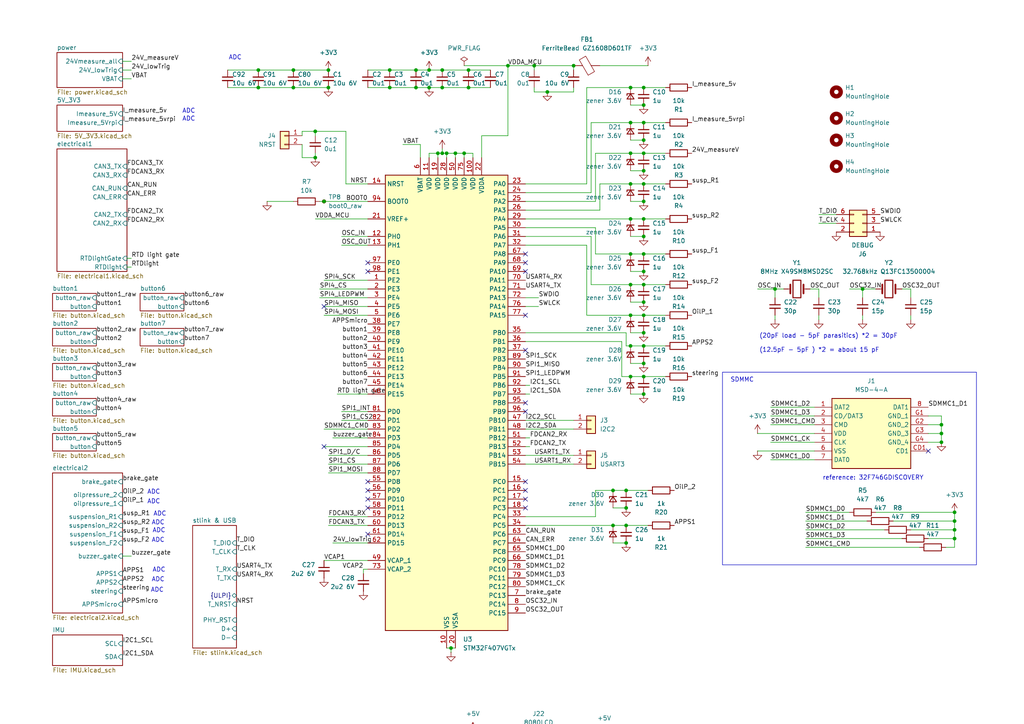
<source format=kicad_sch>
(kicad_sch (version 20231120) (generator "eeschema") (generator_version "8.0")
  (paper "A4")
  (title_block (title "EP6 VCU") (date "2024-09-30") (rev "1.0") (company "NTURacing") (comment 1 "郭哲明") (comment 2 "Electrical group"))
  (junction (at 186.69 44.45))
  (junction (at 166.37 19.05))
  (junction (at 128.27 25.4))
  (junction (at 273.05 128.27))
  (junction (at 186.69 100.33))
  (junction (at 95.25 20.32))
  (junction (at 154.94 19.05))
  (junction (at 120.65 20.32))
  (junction (at 74.93 25.4))
  (junction (at 129.54 44.45))
  (junction (at 134.62 44.45))
  (junction (at 120.65 25.4))
  (junction (at 177.8 142.24))
  (junction (at 273.05 125.73))
  (junction (at 182.88 63.5))
  (junction (at 182.88 53.34))
  (junction (at 85.09 25.4))
  (junction (at 128.27 20.32))
  (junction (at 182.88 25.4))
  (junction (at 113.03 25.4))
  (junction (at 276.86 151.13))
  (junction (at 135.89 25.4))
  (junction (at 95.25 25.4))
  (junction (at 186.69 87.63))
  (junction (at 132.08 44.45))
  (junction (at 135.89 20.32))
  (junction (at 182.88 44.45))
  (junction (at 186.69 78.74))
  (junction (at 91.44 45.72))
  (junction (at 186.69 105.41))
  (junction (at 182.88 109.22))
  (junction (at 124.46 20.32))
  (junction (at 186.69 35.56))
  (junction (at 186.69 82.55))
  (junction (at 186.69 53.34))
  (junction (at 186.69 73.66))
  (junction (at 186.69 49.53))
  (junction (at 182.88 100.33))
  (junction (at 186.69 25.4))
  (junction (at 93.98 58.42))
  (junction (at 158.75 26.67))
  (junction (at 147.32 19.05))
  (junction (at 91.44 38.1))
  (junction (at 276.86 153.67))
  (junction (at 186.69 109.22))
  (junction (at 182.88 73.66))
  (junction (at 186.69 40.64))
  (junction (at 186.69 68.58))
  (junction (at 186.69 30.48))
  (junction (at 177.8 152.4))
  (junction (at 250.19 83.82))
  (junction (at 128.27 44.45))
  (junction (at 181.61 147.32))
  (junction (at 127 44.45))
  (junction (at 113.03 20.32))
  (junction (at 182.88 91.44))
  (junction (at 182.88 35.56))
  (junction (at 182.88 82.55))
  (junction (at 224.79 83.82))
  (junction (at 181.61 152.4))
  (junction (at 85.09 20.32))
  (junction (at 276.86 148.59))
  (junction (at 74.93 20.32))
  (junction (at 273.05 123.19))
  (junction (at 130.81 187.96))
  (junction (at 181.61 157.48))
  (junction (at 186.69 58.42))
  (junction (at 186.69 114.3))
  (junction (at 186.69 63.5))
  (junction (at 186.69 91.44))
  (junction (at 124.46 25.4))
  (junction (at 186.69 96.52))
  (junction (at 276.86 156.21))
  (junction (at 181.61 142.24))
  (no_connect (at 106.68 144.78))
  (no_connect (at 106.68 139.7))
  (no_connect (at 152.4 144.78))
  (no_connect (at 106.68 142.24))
  (no_connect (at 152.4 142.24))
  (no_connect (at 152.4 147.32))
  (no_connect (at 152.4 91.44))
  (no_connect (at 152.4 73.66))
  (no_connect (at 93.98 88.9))
  (no_connect (at 106.68 78.74))
  (no_connect (at 106.68 76.2))
  (no_connect (at 93.98 129.54))
  (no_connect (at 152.4 78.74))
  (no_connect (at 152.4 139.7))
  (no_connect (at 152.4 76.2))
  (no_connect (at 106.68 154.94))
  (no_connect (at 106.68 147.32))
  (no_connect (at 152.4 119.38))
  (no_connect (at 152.4 101.6))
  (no_connect (at 152.4 116.84))
  (no_connect (at 269.24 130.81))
  (wire (pts (xy 93.98 58.42) (xy 106.68 58.42)))
  (wire (pts (xy 152.4 99.06) (xy 180.34 99.06)))
  (wire (pts (xy 193.04 35.56) (xy 186.69 35.56)))
  (wire (pts (xy 152.4 63.5) (xy 182.88 63.5)))
  (wire (pts (xy 254 148.59) (xy 276.86 148.59)))
  (wire (pts (xy 182.88 100.33) (xy 186.69 100.33)))
  (wire (pts (xy 149.86 223.52) (xy 139.7 223.52)))
  (wire (pts (xy 106.68 20.32) (xy 113.03 20.32)))
  (wire (pts (xy 87.63 45.72) (xy 91.44 45.72)))
  (wire (pts (xy 162.56 251.46) (xy 175.26 251.46)))
  (wire (pts (xy 182.88 73.66) (xy 186.69 73.66)))
  (wire (pts (xy 149.86 233.68) (xy 139.7 233.68)))
  (wire (pts (xy 149.86 236.22) (xy 139.7 236.22)))
  (wire (pts (xy 166.37 26.67) (xy 166.37 25.4)))
  (wire (pts (xy 85.09 25.4) (xy 95.25 25.4)))
  (wire (pts (xy 219.71 83.82) (xy 224.79 83.82)))
  (wire (pts (xy 92.71 58.42) (xy 93.98 58.42)))
  (wire (pts (xy 162.56 220.98) (xy 172.72 220.98)))
  (wire (pts (xy 93.98 88.9) (xy 106.68 88.9)))
  (wire (pts (xy 186.69 73.66) (xy 193.04 73.66)))
  (wire (pts (xy 149.86 256.54) (xy 139.7 256.54)))
  (wire (pts (xy 182.88 68.58) (xy 186.69 68.58)))
  (wire (pts (xy 66.04 25.4) (xy 74.93 25.4)))
  (wire (pts (xy 153.67 129.54) (xy 152.4 129.54)))
  (wire (pts (xy 224.79 83.82) (xy 224.79 86.36)))
  (wire (pts (xy 91.44 45.72) (xy 91.44 44.45)))
  (wire (pts (xy 182.88 87.63) (xy 186.69 87.63)))
  (wire (pts (xy 130.81 187.96) (xy 132.08 187.96)))
  (wire (pts (xy 91.44 39.37) (xy 91.44 38.1)))
  (wire (pts (xy 237.49 86.36) (xy 237.49 83.82)))
  (wire (pts (xy 223.52 118.11) (xy 236.22 118.11)))
  (wire (pts (xy 186.69 53.34) (xy 193.04 53.34)))
  (wire (pts (xy 127 44.45) (xy 127 45.72)))
  (wire (pts (xy 273.05 123.19) (xy 273.05 125.73)))
  (wire (pts (xy 85.09 20.32) (xy 95.25 20.32)))
  (wire (pts (xy 87.63 38.1) (xy 87.63 39.37)))
  (wire (pts (xy 182.88 105.41) (xy 186.69 105.41)))
  (wire (pts (xy 128.27 25.4) (xy 135.89 25.4)))
  (wire (pts (xy 64.77 228.6) (xy 80.01 228.6)))
  (wire (pts (xy 121.92 41.91) (xy 121.92 45.72)))
  (wire (pts (xy 95.25 152.4) (xy 106.68 152.4)))
  (wire (pts (xy 153.67 127) (xy 152.4 127)))
  (wire (pts (xy 273.05 120.65) (xy 269.24 120.65)))
  (wire (pts (xy 38.1 77.47) (xy 36.83 77.47)))
  (wire (pts (xy 250.19 83.82) (xy 254 83.82)))
  (wire (pts (xy 182.88 44.45) (xy 186.69 44.45)))
  (wire (pts (xy 173.99 60.96) (xy 152.4 60.96)))
  (wire (pts (xy 99.06 119.38) (xy 106.68 119.38)))
  (wire (pts (xy 170.18 71.12) (xy 170.18 91.44)))
  (wire (pts (xy 177.8 152.4) (xy 181.61 152.4)))
  (wire (pts (xy 186.69 82.55) (xy 193.04 82.55)))
  (wire (pts (xy 132.08 44.45) (xy 134.62 44.45)))
  (wire (pts (xy 182.88 25.4) (xy 186.69 25.4)))
  (wire (pts (xy 100.33 38.1) (xy 100.33 53.34)))
  (wire (pts (xy 93.98 81.28) (xy 106.68 81.28)))
  (wire (pts (xy 193.04 25.4) (xy 186.69 25.4)))
  (wire (pts (xy 223.52 133.35) (xy 236.22 133.35)))
  (wire (pts (xy 182.88 78.74) (xy 186.69 78.74)))
  (wire (pts (xy 182.88 30.48) (xy 186.69 30.48)))
  (wire (pts (xy 162.56 213.36) (xy 175.26 213.36)))
  (wire (pts (xy 250.19 83.82) (xy 250.19 86.36)))
  (wire (pts (xy 276.86 156.21) (xy 269.24 156.21)))
  (wire (pts (xy 186.69 63.5) (xy 193.04 63.5)))
  (wire (pts (xy 173.99 19.05) (xy 187.96 19.05)))
  (wire (pts (xy 120.65 25.4) (xy 124.46 25.4)))
  (wire (pts (xy 137.16 251.46) (xy 149.86 251.46)))
  (wire (pts (xy 91.44 38.1) (xy 100.33 38.1)))
  (wire (pts (xy 173.99 53.34) (xy 182.88 53.34)))
  (wire (pts (xy 162.56 228.6) (xy 172.72 228.6)))
  (wire (pts (xy 95.25 149.86) (xy 106.68 149.86)))
  (wire (pts (xy 172.72 44.45) (xy 172.72 58.42)))
  (wire (pts (xy 172.72 149.86) (xy 172.72 142.24)))
  (wire (pts (xy 172.72 66.04) (xy 172.72 73.66)))
  (wire (pts (xy 66.04 20.32) (xy 74.93 20.32)))
  (wire (pts (xy 233.68 148.59) (xy 246.38 148.59)))
  (wire (pts (xy 186.69 44.45) (xy 193.04 44.45)))
  (wire (pts (xy 172.72 44.45) (xy 182.88 44.45)))
  (wire (pts (xy 129.54 44.45) (xy 128.27 44.45)))
  (wire (pts (xy 152.4 71.12) (xy 170.18 71.12)))
  (wire (pts (xy 137.16 44.45) (xy 134.62 44.45)))
  (wire (pts (xy 162.56 236.22) (xy 172.72 236.22)))
  (wire (pts (xy 36.83 74.93) (xy 38.1 74.93)))
  (wire (pts (xy 276.86 148.59) (xy 276.86 151.13)))
  (wire (pts (xy 152.4 124.46) (xy 166.37 124.46)))
  (wire (pts (xy 137.16 238.76) (xy 149.86 238.76)))
  (wire (pts (xy 124.46 25.4) (xy 128.27 25.4)))
  (wire (pts (xy 156.21 88.9) (xy 152.4 88.9)))
  (wire (pts (xy 177.8 142.24) (xy 181.61 142.24)))
  (wire (pts (xy 152.4 152.4) (xy 177.8 152.4)))
  (wire (pts (xy 129.54 44.45) (xy 132.08 44.45)))
  (wire (pts (xy 233.68 158.75) (xy 266.7 158.75)))
  (wire (pts (xy 186.69 91.44) (xy 193.04 91.44)))
  (wire (pts (xy 99.06 71.12) (xy 106.68 71.12)))
  (wire (pts (xy 264.16 86.36) (xy 264.16 83.82)))
  (wire (pts (xy 120.65 20.32) (xy 124.46 20.32)))
  (wire (pts (xy 128.27 44.45) (xy 127 44.45)))
  (wire (pts (xy 182.88 96.52) (xy 186.69 96.52)))
  (wire (pts (xy 158.75 26.67) (xy 166.37 26.67)))
  (wire (pts (xy 162.56 248.92) (xy 172.72 248.92)))
  (wire (pts (xy 96.52 127) (xy 106.68 127)))
  (wire (pts (xy 182.88 58.42) (xy 186.69 58.42)))
  (wire (pts (xy 35.56 17.78) (xy 38.1 17.78)))
  (wire (pts (xy 38.1 22.86) (xy 35.56 22.86)))
  (wire (pts (xy 92.71 86.36) (xy 106.68 86.36)))
  (wire (pts (xy 181.61 96.52) (xy 181.61 100.33)))
  (wire (pts (xy 181.61 100.33) (xy 182.88 100.33)))
  (wire (pts (xy 74.93 20.32) (xy 85.09 20.32)))
  (wire (pts (xy 177.8 147.32) (xy 181.61 147.32)))
  (wire (pts (xy 74.93 25.4) (xy 85.09 25.4)))
  (wire (pts (xy 219.71 130.81) (xy 236.22 130.81)))
  (wire (pts (xy 170.18 25.4) (xy 182.88 25.4)))
  (wire (pts (xy 38.1 161.29) (xy 35.56 161.29)))
  (wire (pts (xy 38.1 20.32) (xy 35.56 20.32)))
  (wire (pts (xy 152.4 134.62) (xy 166.37 134.62)))
  (wire (pts (xy 162.56 233.68) (xy 175.26 233.68)))
  (wire (pts (xy 105.41 165.1) (xy 106.68 165.1)))
  (wire (pts (xy 100.33 220.98) (xy 100.33 219.71)))
  (wire (pts (xy 147.32 39.37) (xy 139.7 39.37)))
  (wire (pts (xy 171.45 35.56) (xy 182.88 35.56)))
  (wire (pts (xy 93.98 162.56) (xy 106.68 162.56)))
  (wire (pts (xy 264.16 153.67) (xy 276.86 153.67)))
  (wire (pts (xy 116.84 41.91) (xy 121.92 41.91)))
  (wire (pts (xy 149.86 254) (xy 139.7 254)))
  (wire (pts (xy 261.62 83.82) (xy 264.16 83.82)))
  (wire (pts (xy 152.4 121.92) (xy 166.37 121.92)))
  (wire (pts (xy 182.88 40.64) (xy 186.69 40.64)))
  (wire (pts (xy 273.05 128.27) (xy 269.24 128.27)))
  (wire (pts (xy 95.25 137.16) (xy 106.68 137.16)))
  (wire (pts (xy 224.79 91.44) (xy 224.79 92.71)))
  (wire (pts (xy 237.49 62.23) (xy 242.57 62.23)))
  (wire (pts (xy 139.7 39.37) (xy 139.7 45.72)))
  (wire (pts (xy 128.27 43.18) (xy 128.27 44.45)))
  (wire (pts (xy 237.49 91.44) (xy 237.49 92.71)))
  (wire (pts (xy 149.86 220.98) (xy 139.7 220.98)))
  (wire (pts (xy 162.56 246.38) (xy 172.72 246.38)))
  (wire (pts (xy 162.56 231.14) (xy 172.72 231.14)))
  (wire (pts (xy 162.56 254) (xy 172.72 254)))
  (wire (pts (xy 93.98 124.46) (xy 106.68 124.46)))
  (wire (pts (xy 130.81 189.23) (xy 130.81 187.96)))
  (wire (pts (xy 135.89 20.32) (xy 142.24 20.32)))
  (wire (pts (xy 162.56 218.44) (xy 172.72 218.44)))
  (wire (pts (xy 149.86 215.9) (xy 139.7 215.9)))
  (wire (pts (xy 91.44 63.5) (xy 106.68 63.5)))
  (wire (pts (xy 187.96 152.4) (xy 181.61 152.4)))
  (wire (pts (xy 170.18 91.44) (xy 182.88 91.44)))
  (wire (pts (xy 152.4 132.08) (xy 166.37 132.08)))
  (wire (pts (xy 233.68 151.13) (xy 251.46 151.13)))
  (wire (pts (xy 162.56 226.06) (xy 172.72 226.06)))
  (wire (pts (xy 97.79 114.3) (xy 106.68 114.3)))
  (wire (pts (xy 273.05 120.65) (xy 273.05 123.19)))
  (wire (pts (xy 153.67 114.3) (xy 152.4 114.3)))
  (wire (pts (xy 170.18 25.4) (xy 170.18 53.34)))
  (wire (pts (xy 274.32 158.75) (xy 276.86 158.75)))
  (wire (pts (xy 171.45 35.56) (xy 171.45 55.88)))
  (wire (pts (xy 124.46 20.32) (xy 128.27 20.32)))
  (wire (pts (xy 182.88 114.3) (xy 186.69 114.3)))
  (wire (pts (xy 224.79 83.82) (xy 227.33 83.82)))
  (wire (pts (xy 276.86 156.21) (xy 276.86 158.75)))
  (wire (pts (xy 154.94 26.67) (xy 158.75 26.67)))
  (wire (pts (xy 137.16 218.44) (xy 149.86 218.44)))
  (wire (pts (xy 152.4 55.88) (xy 171.45 55.88)))
  (wire (pts (xy 171.45 68.58) (xy 171.45 82.55)))
  (wire (pts (xy 152.4 53.34) (xy 170.18 53.34)))
  (wire (pts (xy 259.08 151.13) (xy 276.86 151.13)))
  (wire (pts (xy 152.4 149.86) (xy 172.72 149.86)))
  (wire (pts (xy 152.4 58.42) (xy 172.72 58.42)))
  (wire (pts (xy 92.71 83.82) (xy 106.68 83.82)))
  (wire (pts (xy 149.86 226.06) (xy 139.7 226.06)))
  (wire (pts (xy 273.05 125.73) (xy 273.05 128.27)))
  (wire (pts (xy 182.88 35.56) (xy 186.69 35.56)))
  (wire (pts (xy 246.38 83.82) (xy 250.19 83.82)))
  (wire (pts (xy 92.71 220.98) (xy 100.33 220.98)))
  (wire (pts (xy 93.98 91.44) (xy 106.68 91.44)))
  (wire (pts (xy 154.94 25.4) (xy 154.94 26.67)))
  (wire (pts (xy 113.03 20.32) (xy 120.65 20.32)))
  (wire (pts (xy 182.88 82.55) (xy 186.69 82.55)))
  (wire (pts (xy 182.88 49.53) (xy 186.69 49.53)))
  (wire (pts (xy 152.4 96.52) (xy 181.61 96.52)))
  (wire (pts (xy 233.68 156.21) (xy 261.62 156.21)))
  (wire (pts (xy 219.71 125.73) (xy 236.22 125.73)))
  (wire (pts (xy 87.63 38.1) (xy 91.44 38.1)))
  (wire (pts (xy 124.46 44.45) (xy 124.46 45.72)))
  (wire (pts (xy 187.96 142.24) (xy 181.61 142.24)))
  (wire (pts (xy 68.58 220.98) (xy 80.01 220.98)))
  (wire (pts (xy 93.98 129.54) (xy 106.68 129.54)))
  (wire (pts (xy 149.86 231.14) (xy 139.7 231.14)))
  (wire (pts (xy 264.16 91.44) (xy 264.16 92.71)))
  (wire (pts (xy 153.67 111.76) (xy 152.4 111.76)))
  (wire (pts (xy 137.16 45.72) (xy 137.16 44.45)))
  (wire (pts (xy 134.62 19.05) (xy 147.32 19.05)))
  (wire (pts (xy 186.69 109.22) (xy 193.04 109.22)))
  (wire (pts (xy 124.46 44.45) (xy 127 44.45)))
  (wire (pts (xy 149.86 243.84) (xy 139.7 243.84)))
  (wire (pts (xy 237.49 64.77) (xy 242.57 64.77)))
  (wire (pts (xy 100.33 53.34) (xy 106.68 53.34)))
  (wire (pts (xy 233.68 153.67) (xy 256.54 153.67)))
  (wire (pts (xy 186.69 100.33) (xy 193.04 100.33)))
  (wire (pts (xy 99.06 68.58) (xy 106.68 68.58)))
  (wire (pts (xy 182.88 109.22) (xy 186.69 109.22)))
  (wire (pts (xy 147.32 19.05) (xy 154.94 19.05)))
  (wire (pts (xy 276.86 153.67) (xy 276.86 151.13)))
  (wire (pts (xy 149.86 246.38) (xy 139.7 246.38)))
  (wire (pts (xy 130.81 187.96) (xy 129.54 187.96)))
  (wire (pts (xy 149.86 248.92) (xy 139.7 248.92)))
  (wire (pts (xy 132.08 44.45) (xy 132.08 45.72)))
  (wire (pts (xy 166.37 20.32) (xy 166.37 19.05)))
  (wire (pts (xy 87.63 41.91) (xy 87.63 45.72)))
  (wire (pts (xy 182.88 53.34) (xy 186.69 53.34)))
  (wire (pts (xy 166.37 19.05) (xy 154.94 19.05)))
  (wire (pts (xy 147.32 19.05) (xy 147.32 39.37)))
  (wire (pts (xy 250.19 91.44) (xy 250.19 92.71)))
  (wire (pts (xy 129.54 44.45) (xy 129.54 45.72)))
  (wire (pts (xy 128.27 20.32) (xy 135.89 20.32)))
  (wire (pts (xy 276.86 156.21) (xy 276.86 153.67)))
  (wire (pts (xy 177.8 157.48) (xy 181.61 157.48)))
  (wire (pts (xy 180.34 109.22) (xy 182.88 109.22)))
  (wire (pts (xy 172.72 73.66) (xy 182.88 73.66)))
  (wire (pts (xy 96.52 157.48) (xy 106.68 157.48)))
  (wire (pts (xy 162.56 223.52) (xy 175.26 223.52)))
  (wire (pts (xy 152.4 68.58) (xy 171.45 68.58)))
  (wire (pts (xy 134.62 45.72) (xy 134.62 44.45)))
  (wire (pts (xy 95.25 132.08) (xy 106.68 132.08)))
  (wire (pts (xy 162.56 215.9) (xy 172.72 215.9)))
  (wire (pts (xy 273.05 125.73) (xy 269.24 125.73)))
  (wire (pts (xy 149.86 241.3) (xy 139.7 241.3)))
  (wire (pts (xy 95.25 134.62) (xy 106.68 134.62)))
  (wire (pts (xy 149.86 213.36) (xy 137.16 213.36)))
  (wire (pts (xy 162.56 241.3) (xy 172.72 241.3)))
  (wire (pts (xy 162.56 243.84) (xy 172.72 243.84)))
  (wire (pts (xy 106.68 25.4) (xy 113.03 25.4)))
  (wire (pts (xy 99.06 121.92) (xy 106.68 121.92)))
  (wire (pts (xy 77.47 58.42) (xy 85.09 58.42)))
  (wire (pts (xy 273.05 123.19) (xy 269.24 123.19)))
  (wire (pts (xy 234.95 83.82) (xy 237.49 83.82)))
  (wire (pts (xy 182.88 91.44) (xy 186.69 91.44)))
  (wire (pts (xy 182.88 63.5) (xy 186.69 63.5)))
  (wire (pts (xy 105.41 165.1) (xy 105.41 166.37)))
  (wire (pts (xy 162.56 256.54) (xy 172.72 256.54)))
  (wire (pts (xy 173.99 53.34) (xy 173.99 60.96)))
  (wire (pts (xy 156.21 86.36) (xy 152.4 86.36)))
  (wire (pts (xy 223.52 128.27) (xy 236.22 128.27)))
  (wire (pts (xy 171.45 82.55) (xy 182.88 82.55)))
  (wire (pts (xy 152.4 66.04) (xy 172.72 66.04)))
  (wire (pts (xy 223.52 123.19) (xy 236.22 123.19)))
  (wire (pts (xy 92.71 228.6) (xy 105.41 228.6)))
  (wire (pts (xy 113.03 25.4) (xy 120.65 25.4)))
  (wire (pts (xy 180.34 99.06) (xy 180.34 109.22)))
  (wire (pts (xy 162.56 238.76) (xy 172.72 238.76)))
  (wire (pts (xy 135.89 25.4) (xy 142.24 25.4)))
  (wire (pts (xy 137.16 213.36) (xy 137.16 212.09)))
  (wire (pts (xy 172.72 142.24) (xy 177.8 142.24)))
  (wire (pts (xy 154.94 19.05) (xy 154.94 20.32)))
  (wire (pts (xy 223.52 120.65) (xy 236.22 120.65)))
  (rectangle (start 209.55 107.95) (end 283.21 163.83))
  (text "ADC" (at 43.942 168.91 0) (effects (font (size 1.27 1.27)) (justify left bottom)))
  (text "ADC" (at 43.688 171.958 0) (effects (font (size 1.27 1.27)) (justify left bottom)))
  (text "ADC" (at 44.45 149.86 0) (effects (font (size 1.27 1.27)) (justify left bottom)))
  (text "ADC" (at 43.942 157.48 0) (effects (font (size 1.27 1.27)) (justify left bottom)))
  (text "ADC" (at 52.832 33.02 0) (effects (font (size 1.27 1.27)) (justify left bottom)))
  (text "ADC" (at 66.294 17.526 0) (effects (font (size 1.27 1.27)) (justify left bottom)))
  (text "ADC" (at 42.672 143.51 0) (effects (font (size 1.27 1.27)) (justify left bottom)))
  (text "ADC" (at 52.832 35.306 0) (effects (font (size 1.27 1.27)) (justify left bottom)))
  (text "ADC" (at 44.196 154.686 0) (effects (font (size 1.27 1.27)) (justify left bottom)))
  (text "ADC" (at 42.672 146.304 0) (effects (font (size 1.27 1.27)) (justify left bottom)))
  (text "SDMMC" (at 211.836 110.998 0) (effects (font (size 1.27 1.27)) (justify left bottom)))
  (text "CAT (M12) &&&###\npedal:\ncurrent*2\nmicro*1\nsteering: \ncurrent*1\n\nM8 4P &&&###\noilp 2p * 2\n\nUSB2*2 &&&###\nsuspension plan A\ncurrent*2 * 2\n\nUSB2\nsuspension plan b\nUART(RPI) + power\n\nUSB2 &&&###\nCAN1 + 24V pwr\n\n2p\nbrakelight\n\nUSB2 &&&###\nIMU\nCAN2 + 24V pwr\n\n12p dashboard buttons\ndashboard buttons \n5buttons\n1led\n\n===========\n\n18p (IDC)\ndashboard display:\nspi for LCD 5p\nspi for 7 seg 4p \npwr 2p" (at -24.892 158.242 0) (effects (font (size 1.27 1.27)) (justify left)))
  (text "ADC" (at 43.942 152.4 0) (effects (font (size 1.27 1.27)) (justify left bottom)))
  (text "reference: 32F746GDISCOVERY\n" (at 253.238 138.684 0) (effects (font (size 1.27 1.27))))
  (text "(20pF load - 5pF parasitics) *2 = 30pF\n\n(12.5pF - 5pF ) *2 = about 15 pF" (at 220.218 102.362 0) (effects (font (size 1.27 1.27)) (justify left bottom)))
  (text "ADC" (at 44.196 166.116 0) (effects (font (size 1.27 1.27)) (justify left bottom)))
  (label "VDDA_MCU" (at 147.32 19.05 0))
  (label "button3_raw" (at 80.01 233.68 180))
  (label "SDMMC1_D3" (at 223.52 120.65 0))
  (label "LCD_NRST" (at 172.72 246.38 180))
  (label "SDMMC1_CMD" (at 233.68 158.75 0))
  (label "8080_D14" (at 172.72 238.76 180))
  (label "SPI1_LEDPWM" (at 152.4 109.22 0))
  (label "SDMMC1_D1" (at 269.24 118.11 0))
  (label "SPI4_SCK" (at 80.01 223.52 180))
  (label "button2_raw" (at 27.94 96.52 0))
  (label "SPI1_CS2" (at 99.06 121.92 0))
  (label "FDCAN2_RX" (at 36.83 64.77 0))
  (label "FDCAN3_TX" (at 95.25 152.4 0))
  (label "button7_raw" (at 53.34 96.52 0))
  (label "8080_D6" (at 139.7 226.06 0))
  (label "SPI1_MOSI" (at 95.25 137.16 0))
  (label "BL_PWM" (at 139.7 248.92 0))
  (label "SDMMC1_D1" (at 152.4 162.56 0))
  (label "I2C1_SCL" (at 153.67 111.76 0))
  (label "SPI4_MISO" (at 93.98 88.9 0))
  (label "8080_RD" (at 139.7 246.38 0))
  (label "button3" (at 106.68 101.6 180))
  (label "APPS2" (at 200.66 100.33 0))
  (label "SPI1_INT" (at 99.06 119.38 0))
  (label "button3_raw" (at 27.94 106.68 0))
  (label "steering" (at 200.66 109.22 0))
  (label "susp_F1" (at 35.56 154.94 0))
  (label "8080_D0" (at 139.7 215.9 0))
  (label "susp_F2" (at 200.66 82.55 0))
  (label "TP_MISO" (at 172.72 256.54 180))
  (label "LCD_CS" (at 139.7 241.3 0))
  (label "SDMMC1_D3" (at 152.4 167.64 0))
  (label "button1_raw" (at 27.94 86.36 0))
  (label "susp_R2" (at 35.56 152.4 0))
  (label "brake_gate" (at 152.4 172.72 0))
  (label "button6_raw" (at 92.71 238.76 0))
  (label "SWLCK" (at 255.27 64.77 0))
  (label "8080_DC" (at 139.7 243.84 0))
  (label "8080_WR" (at 172.72 243.84 180))
  (label "button2" (at 106.68 99.06 180))
  (label "BOOT0" (at 100.33 58.42 0))
  (label "button4_raw" (at 27.94 116.84 0))
  (label "T_DIO" (at 68.58 157.48 0))
  (label "APPSmicro" (at 35.56 175.26 0))
  (label "SDMMC1_CK" (at 223.52 128.27 0))
  (label "8080_D13" (at 172.72 236.22 180))
  (label "APPS1" (at 35.56 166.37 0))
  (label "USART4_RX" (at 68.58 167.64 0))
  (label "button3" (at 27.94 109.22 0))
  (label "8080_D10" (at 139.7 231.14 0))
  (label "OSC_IN" (at 99.06 68.58 0))
  (label "button1" (at 106.68 96.52 180))
  (label "SWLCK" (at 156.21 88.9 0))
  (label "OilP_1" (at 35.56 146.05 0))
  (label "8080_D2" (at 172.72 218.44 180))
  (label "FDCAN2_TX" (at 153.67 129.54 0))
  (label "USART1_RX" (at 154.94 134.62 0))
  (label "SDMMC1_D2" (at 223.52 118.11 0))
  (label "OilP_2" (at 195.58 142.24 0))
  (label "8080_D3" (at 172.72 220.98 180))
  (label "SDMMC1_CK" (at 152.4 170.18 0))
  (label "SPI4_CS" (at 92.71 83.82 0))
  (label "RTDlight" (at 38.1 77.47 0))
  (label "FDCAN3_TX" (at 36.83 48.26 0))
  (label "APPS2" (at 35.56 168.91 0))
  (label "OilP_1" (at 200.66 91.44 0))
  (label "button6_raw" (at 53.34 86.36 0))
  (label "SPI4_SCK" (at 93.98 81.28 0))
  (label "SPI1_CS" (at 95.25 134.62 0))
  (label "SDMMC1_D1" (at 233.68 151.13 0))
  (label "SPI1_D{slash}C" (at 95.25 132.08 0))
  (label "TP_SCK" (at 172.72 254 180))
  (label "I_measure_5v" (at 200.66 25.4 0))
  (label "TP_IRQ" (at 172.72 248.92 180))
  (label "FDCAN3_RX" (at 36.83 50.8 0))
  (label "8080_D15" (at 172.72 241.3 180))
  (label "SPI4_MOSI" (at 80.01 226.06 180))
  (label "SPI4_MOSI" (at 93.98 91.44 0))
  (label "8080_D4" (at 139.7 220.98 0))
  (label "I_measure_5vrpi" (at 200.66 35.56 0))
  (label "SDMMC1_D2" (at 233.68 153.67 0))
  (label "I2C2_SCL" (at 152.4 121.92 0))
  (label "CAN_RUN" (at 36.83 54.61 0))
  (label "SDMMC1_D0" (at 233.68 148.59 0))
  (label "24V_lowTrig" (at 96.52 157.48 0))
  (label "SPI1_SCK" (at 152.4 104.14 0))
  (label "NRST" (at 101.6 53.34 0))
  (label "VCAP1" (at 93.98 162.56 0))
  (label "VCAP2" (at 105.41 165.1 180))
  (label "USART1_TX" (at 154.94 132.08 0))
  (label "button6" (at 106.68 109.22 180))
  (label "RTD light gate" (at 97.79 114.3 0))
  (label "susp_R1" (at 35.56 149.86 0))
  (label "CAN_RUN" (at 152.4 154.94 0))
  (label "OSC_OUT" (at 234.95 83.82 0))
  (label "RTD light gate" (at 38.1 74.93 0))
  (label "T_CLK" (at 68.58 160.02 0))
  (label "8080_D9" (at 172.72 231.14 180))
  (label "OSC32_OUT" (at 152.4 177.8 0))
  (label "button4" (at 27.94 119.38 0))
  (label "susp_R1" (at 200.66 53.34 0))
  (label "I2C1_SDA" (at 153.67 114.3 0))
  (label "8080_D7" (at 172.72 226.06 180))
  (label "OSC_IN" (at 219.71 83.82 0))
  (label "SWDIO" (at 255.27 62.23 0))
  (label "8080_D5" (at 139.7 223.52 0))
  (label "OSC32_IN" (at 246.38 83.82 0))
  (label "SDMMC1_D0" (at 152.4 160.02 0))
  (label "SDMMC1_D0" (at 223.52 133.35 0))
  (label "buzzer_gate" (at 96.52 127 0))
  (label "FDCAN2_TX" (at 36.83 62.23 0))
  (label "button2" (at 27.94 99.06 0))
  (label "FDCAN3_RX" (at 95.25 149.86 0))
  (label "OSC_OUT" (at 99.06 71.12 0))
  (label "FDCAN2_RX" (at 153.67 127 0))
  (label "24V_lowTrig" (at 38.1 20.32 0))
  (label "brake_gate" (at 35.56 139.7 0))
  (label "SWDIO" (at 156.21 86.36 0))
  (label "button4" (at 106.68 104.14 180))
  (label "OilP_2" (at 35.56 143.51 0))
  (label "SDMMC1_D3" (at 233.68 156.21 0))
  (label "susp_F2" (at 35.56 157.48 0))
  (label "TP_CS" (at 139.7 254 0))
  (label "8080_D8" (at 172.72 228.6 180))
  (label "I2C1_SDA" (at 35.56 190.5 0))
  (label "I_measure_5v" (at 35.56 33.02 0))
  (label "button7" (at 106.68 111.76 180))
  (label "button7_raw" (at 80.01 238.76 180))
  (label "buzzer_gate" (at 38.1 161.29 0))
  (label "APPSmicro" (at 106.68 93.98 180))
  (label "SDMMC1_CMD" (at 93.98 124.46 0))
  (label "CAN_ERR" (at 152.4 157.48 0))
  (label "T_CLK" (at 237.49 64.77 0))
  (label "VBAT" (at 38.1 22.86 0))
  (label "RTDlight" (at 92.71 231.14 0))
  (label "8080_D1" (at 172.72 215.9 180))
  (label "USART4_RX" (at 152.4 81.28 0))
  (label "SDMMC1_CMD" (at 223.52 123.19 0))
  (label "button2_raw" (at 92.71 233.68 0))
  (label "8080_D11" (at 139.7 233.68 0))
  (label "24V_measureV" (at 200.66 44.45 0))
  (label "OSC32_OUT" (at 261.62 83.82 0))
  (label "T_DIO" (at 237.49 62.23 0))
  (label "SPI4_LEDPWM" (at 92.71 226.06 0))
  (label "OSC32_IN" (at 152.4 175.26 0))
  (label "I_measure_5vrpi" (at 35.56 35.56 0))
  (label "button1" (at 27.94 88.9 0))
  (label "button4_raw" (at 92.71 236.22 0))
  (label "APPS1" (at 195.58 152.4 0))
  (label "susp_R2" (at 200.66 63.5 0))
  (label "TP_MOSI" (at 139.7 256.54 0))
  (label "SPI1_MISO" (at 152.4 106.68 0))
  (label "steering" (at 35.56 171.45 0))
  (label "SPI4_CS" (at 92.71 223.52 0))
  (label "button6" (at 53.34 88.9 0))
  (label "SPI4_LEDPWM" (at 92.71 86.36 0))
  (label "VBAT" (at 116.84 41.91 0))
  (label "button1_raw" (at 80.01 231.14 180))
  (label "button5" (at 106.68 106.68 180))
  (label "button7" (at 53.34 99.06 0))
  (label "24V_measureV" (at 38.1 17.78 0))
  (label "USART4_TX" (at 68.58 165.1 0))
  (label "I2C2_SDA" (at 152.4 124.46 0))
  (label "VDDA_MCU" (at 91.44 63.5 0))
  (label "8080_D12" (at 139.7 236.22 0))
  (label "button5_raw" (at 27.94 127 0))
  (label "button5_raw" (at 80.01 236.22 180))
  (label "CAN_ERR" (at 36.83 57.15 0))
  (label "USART4_TX" (at 152.4 83.82 0))
  (label "I2C1_SCL" (at 35.56 186.69 0))
  (label "susp_F1" (at 200.66 73.66 0))
  (label "button5" (at 27.94 129.54 0))
  (label "NRST" (at 68.58 175.26 0))
  (label "SDMMC1_D2" (at 152.4 165.1 0))
  (symbol (lib_id "Device:C_Small") (at 224.79 88.9 0) (unit 1)
    (property "Reference" "C22" (at 227.33 87.6362 0) (effects (justify left)))
    (property "Value" "30p" (at 227.33 90.1762 0) (effects (justify left)))
    (property "Footprint" "Capacitor_SMD:C_0402_1005Metric" (effects (hide yes)))
    (property "Description" "Unpolarized capacitor, small symbol" (effects (hide yes)))
  )
  (symbol (lib_id "power:+3V3") (at 124.46 20.32 0) (unit 1)
    (property "Reference" "#PWR03" (effects (hide yes)))
    (property "Value" "+3V3" (at 124.46 15.24 0))
    (property "Description" "Power symbol creates a global label with name \"+3V3\"" (effects (hide yes)))
  )
  (symbol (lib_id "Device:R") (at 191.77 152.4 270) (mirror x) (unit 1)
    (property "Reference" "R21" (at 191.77 158.75 90))
    (property "Value" "1k" (at 191.77 156.21 90))
    (property "Footprint" "Resistor_SMD:R_0603_1608Metric" (effects (hide yes)))
    (property "Description" "Resistor" (effects (hide yes)))
  )
  (symbol (lib_id "power:GND") (at 124.46 25.4 0) (unit 1)
    (property "Reference" "#PWR05" (effects (hide yes)))
    (property "Value" "GND" (effects (hide yes)))
    (property "Description" "Power symbol creates a global label with name \"GND\" , ground" (effects (hide yes)))
  )
  (symbol (lib_id "Device:R") (at 270.51 158.75 90) (unit 1)
    (property "Reference" "R11" (at 270.51 152.4 90))
    (property "Value" "4k7" (at 270.51 154.94 90))
    (property "Footprint" "Resistor_SMD:R_0402_1005Metric" (effects (hide yes)))
    (property "Description" "Resistor" (effects (hide yes)))
  )
  (symbol (lib_id "PCM_4ms_Connector:TestPoint_Small") (at 93.98 58.42 0) (unit 1)
    (property "Reference" "TP8" (at 95.25 57.1499 0) (effects (justify left)))
    (property "Value" "boot0_raw" (at 95.25 59.6899 0) (effects (justify left)))
    (property "Footprint" "TestPoint:TestPoint_Loop_D2.50mm_Drill1.0mm" (effects (hide yes)))
    (property "Description" "test point" (effects (hide yes)))
  )
  (symbol (lib_id "power:GND") (at 181.61 147.32 0) (mirror y) (unit 1)
    (property "Reference" "#PWR035" (effects (hide yes)))
    (property "Value" "GND" (effects (hide yes)))
    (property "Description" "Power symbol creates a global label with name \"GND\" , ground" (effects (hide yes)))
  )
  (symbol (lib_id "Device:C_Small") (at 142.24 22.86 0) (unit 1)
    (property "Reference" "C7" (at 143.51 21.59 0) (effects (justify left)))
    (property "Value" "0u1" (at 143.51 24.13 0) (effects (justify left)))
    (property "Footprint" "Capacitor_SMD:C_0402_1005Metric" (effects (hide yes)))
    (property "Description" "Unpolarized capacitor, small symbol" (effects (hide yes)))
  )
  (symbol (lib_id "power:GND") (at 242.57 67.31 0) (unit 1)
    (property "Reference" "#PWR0210" (effects (hide yes)))
    (property "Value" "GND" (effects (hide yes)))
    (property "Description" "Power symbol creates a global label with name \"GND\" , ground" (effects (hide yes)))
  )
  (symbol (lib_id "Device:C_Small") (at 95.25 22.86 0) (unit 1)
    (property "Reference" "C1" (at 96.52 21.59 0) (effects (justify left)))
    (property "Value" "10u 6V" (at 96.52 24.13 0) (effects (justify left)))
    (property "Footprint" "Capacitor_SMD:C_0402_1005Metric" (effects (hide yes)))
    (property "Description" "Unpolarized capacitor, small symbol" (effects (hide yes)))
  )
  (symbol (lib_id "Connector_Generic:Conn_02x08_Odd_Even") (at 85.09 228.6 0) (unit 1)
    (property "Reference" "J26" (at 86.36 214.63 0))
    (property "Value" "Conn_02x08_Odd_Even" (at 86.36 217.17 0))
    (property "Description" "Generic connector, double row, 02x08, odd/even pin numbering scheme (row 1 odd numbers, row 2 even numbers), script generated (kicad-library-utils/schlib/autogen/connector/)" (effects (hide yes)))
  )
  (symbol (lib_id "Device:R") (at 265.43 156.21 90) (unit 1)
    (property "Reference" "R9" (at 265.43 149.86 90))
    (property "Value" "4k7" (at 265.43 152.4 90))
    (property "Footprint" "Resistor_SMD:R_0402_1005Metric" (effects (hide yes)))
    (property "Description" "Resistor" (effects (hide yes)))
  )
  (symbol (lib_id "Device:D_Zener_Small") (at 182.88 66.04 90) (mirror x) (unit 1)
    (property "Reference" "D24" (at 180.34 64.7699 90) (effects (justify left)))
    (property "Value" "zener 3.6V" (at 180.34 67.3099 90) (effects (justify left)))
    (property "Footprint" "Diode_SMD:D_SOD-523" (effects (hide yes)))
    (property "Description" "Zener diode, small symbol" (effects (hide yes)))
  )
  (symbol (lib_id "Device:C_Small") (at 186.69 66.04 0) (unit 1)
    (property "Reference" "C15" (at 189.23 64.77 0) (effects (justify left)))
    (property "Value" "1u" (at 189.23 67.31 0) (effects (justify left)))
    (property "Footprint" "Capacitor_SMD:C_0402_1005Metric" (effects (hide yes)))
    (property "Description" "Unpolarized capacitor, small symbol" (effects (hide yes)))
  )
  (symbol (lib_id "Device:C_Small") (at 105.41 168.91 0) (mirror y) (unit 1)
    (property "Reference" "C28" (at 102.87 167.6463 0) (effects (justify left)))
    (property "Value" "2u2 6V" (at 102.87 170.1863 0) (effects (justify left)))
    (property "Footprint" "Capacitor_SMD:C_0402_1005Metric" (effects (hide yes)))
    (property "Description" "Unpolarized capacitor, small symbol" (effects (hide yes)))
  )
  (symbol (lib_id "power:GND") (at 186.69 58.42 0) (mirror y) (unit 1)
    (property "Reference" "#PWR019" (effects (hide yes)))
    (property "Value" "GND" (effects (hide yes)))
    (property "Description" "Power symbol creates a global label with name \"GND\" , ground" (effects (hide yes)))
  )
  (symbol (lib_id "Connector_Generic:Conn_01x02") (at 82.55 39.37 0) (mirror y) (unit 1)
    (property "Reference" "J4" (at 80.01 39.37 0) (effects (justify left)))
    (property "Value" "NRST" (at 80.01 41.91 0) (effects (justify left)))
    (property "Footprint" "Connector_JST:JST_XH_B2B-XH-A_1x02_P2.50mm_Vertical" (effects (hide yes)))
    (property "Description" "Generic connector, single row, 01x02, script generated (kicad-library-utils/schlib/autogen/connector/)" (effects (hide yes)))
  )
  (symbol (lib_id "power:GND") (at 137.16 228.6 0) (unit 1)
    (property "Reference" "#PWR0220" (effects (hide yes)))
    (property "Value" "GND" (effects (hide yes)))
    (property "Description" "Power symbol creates a global label with name \"GND\" , ground" (effects (hide yes)))
  )
  (symbol (lib_id "Device:C_Small") (at 181.61 154.94 0) (unit 1)
    (property "Reference" "C26" (at 184.15 153.67 0) (effects (justify left)))
    (property "Value" "1u" (at 184.15 156.21 0) (effects (justify left)))
    (property "Footprint" "Capacitor_SMD:C_0402_1005Metric" (effects (hide yes)))
    (property "Description" "Unpolarized capacitor, small symbol" (effects (hide yes)))
  )
  (symbol (lib_id "Device:Crystal") (at 257.81 83.82 0) (unit 1)
    (property "Reference" "Y2" (at 257.81 76.2 0))
    (property "Value" "32.768kHz Q13FC13500004" (at 257.81 78.74 0))
    (property "Footprint" "Crystal:Crystal_SMD_3215-2Pin_3.2x1.5mm" (effects (hide yes)))
    (property "Description" "Two pin crystal" (effects (hide yes)))
  )
  (symbol (lib_id "Device:C_Small") (at 186.69 46.99 0) (unit 1)
    (property "Reference" "C13" (at 189.23 45.72 0) (effects (justify left)))
    (property "Value" "1u" (at 189.23 48.26 0) (effects (justify left)))
    (property "Footprint" "Capacitor_SMD:C_0402_1005Metric" (effects (hide yes)))
    (property "Description" "Unpolarized capacitor, small symbol" (effects (hide yes)))
  )
  (symbol (lib_id "power:GND") (at 186.69 96.52 0) (mirror y) (unit 1)
    (property "Reference" "#PWR028" (effects (hide yes)))
    (property "Value" "GND" (effects (hide yes)))
    (property "Description" "Power symbol creates a global label with name \"GND\" , ground" (effects (hide yes)))
  )
  (symbol (lib_id "MCU_ST_STM32F4:STM32F407VGTx") (at 129.54 116.84 0) (unit 1)
    (property "Reference" "U3" (at 134.2741 185.42 0) (effects (justify left)))
    (property "Value" "STM32F407VGTx" (at 134.2741 187.96 0) (effects (justify left)))
    (property "Footprint" "Package_QFP:LQFP-100_14x14mm_P0.5mm" (effects (hide yes)))
    (property "Datasheet" "https://www.st.com/resource/en/datasheet/stm32f407vg.pdf" (effects (hide yes)))
    (property "Description" "STMicroelectronics Arm Cortex-M4 MCU, 1024KB flash, 192KB RAM, 168 MHz, 1.8-3.6V, 82 GPIO, LQFP100" (effects (hide yes)))
  )
  (symbol (lib_id "Device:D_Zener_Small") (at 177.8 154.94 90) (mirror x) (unit 1)
    (property "Reference" "D31" (at 175.26 153.6699 90) (effects (justify left)))
    (property "Value" "zener 3.6V" (at 175.26 156.2099 90) (effects (justify left)))
    (property "Footprint" "Diode_SMD:D_SOD-523" (effects (hide yes)))
    (property "Description" "Zener diode, small symbol" (effects (hide yes)))
  )
  (symbol (lib_id "power:+3V3") (at 219.71 125.73 0) (unit 1)
    (property "Reference" "#PWR08" (effects (hide yes)))
    (property "Value" "+3V3" (at 219.71 120.65 0))
    (property "Description" "Power symbol creates a global label with name \"+3V3\"" (effects (hide yes)))
  )
  (symbol (lib_id "Device:C_Small") (at 181.61 144.78 0) (unit 1)
    (property "Reference" "C21" (at 184.15 143.51 0) (effects (justify left)))
    (property "Value" "1u" (at 184.15 146.05 0) (effects (justify left)))
    (property "Footprint" "Capacitor_SMD:C_0402_1005Metric" (effects (hide yes)))
    (property "Description" "Unpolarized capacitor, small symbol" (effects (hide yes)))
  )
  (symbol (lib_id "Device:C_Small") (at 186.69 85.09 0) (unit 1)
    (property "Reference" "C17" (at 189.23 83.82 0) (effects (justify left)))
    (property "Value" "1u" (at 189.23 86.36 0) (effects (justify left)))
    (property "Footprint" "Capacitor_SMD:C_0402_1005Metric" (effects (hide yes)))
    (property "Description" "Unpolarized capacitor, small symbol" (effects (hide yes)))
  )
  (symbol (lib_id "Device:C_Small") (at 264.16 88.9 0) (unit 1)
    (property "Reference" "C25" (at 266.7 87.6362 0) (effects (justify left)))
    (property "Value" "15p" (at 266.7 90.1762 0) (effects (justify left)))
    (property "Footprint" "Capacitor_SMD:C_0402_1005Metric" (effects (hide yes)))
    (property "Description" "Unpolarized capacitor, small symbol" (effects (hide yes)))
  )
  (symbol (lib_id "Device:C_Small") (at 186.69 38.1 0) (unit 1)
    (property "Reference" "C11" (at 189.23 36.83 0) (effects (justify left)))
    (property "Value" "1u" (at 189.23 39.37 0) (effects (justify left)))
    (property "Footprint" "Capacitor_SMD:C_0402_1005Metric" (effects (hide yes)))
    (property "Description" "Unpolarized capacitor, small symbol" (effects (hide yes)))
  )
  (symbol (lib_id "Mechanical:MountingHole") (at 242.57 34.29 0) (unit 1)
    (property "Reference" "H2" (at 245.11 33.02 0) (effects (justify left)))
    (property "Value" "MountingHole" (at 245.11 35.56 0) (effects (justify left)))
    (property "Footprint" "MountingHole:MountingHole_3.2mm_M3" (effects (hide yes)))
    (property "Description" "Mounting Hole without connection" (effects (hide yes)))
  )
  (symbol (lib_id "Device:C_Small") (at 237.49 88.9 0) (unit 1)
    (property "Reference" "C23" (at 240.03 87.6362 0) (effects (justify left)))
    (property "Value" "30p" (at 240.03 90.1762 0) (effects (justify left)))
    (property "Footprint" "Capacitor_SMD:C_0402_1005Metric" (effects (hide yes)))
    (property "Description" "Unpolarized capacitor, small symbol" (effects (hide yes)))
  )
  (symbol (lib_id "Device:D_Zener_Small") (at 182.88 85.09 90) (mirror x) (unit 1)
    (property "Reference" "D26" (at 180.34 83.8199 90) (effects (justify left)))
    (property "Value" "zener 3.6V" (at 180.34 86.3599 90) (effects (justify left)))
    (property "Footprint" "Diode_SMD:D_SOD-523" (effects (hide yes)))
    (property "Description" "Zener diode, small symbol" (effects (hide yes)))
  )
  (symbol (lib_id "Device:C_Small") (at 66.04 22.86 0) (unit 1)
    (property "Reference" "C92" (at 67.31 21.59 0) (effects (justify left)))
    (property "Value" "10u 6V" (at 67.31 24.13 0) (effects (justify left)))
    (property "Footprint" "Capacitor_SMD:C_0402_1005Metric" (effects (hide yes)))
    (property "Description" "Unpolarized capacitor, small symbol" (effects (hide yes)))
  )
  (symbol (lib_id "power:+3V3") (at 128.27 43.18 0) (unit 1)
    (property "Reference" "#PWR014" (effects (hide yes)))
    (property "Value" "+3V3" (at 128.27 38.1 0))
    (property "Description" "Power symbol creates a global label with name \"+3V3\"" (effects (hide yes)))
  )
  (symbol (lib_id "power:GND") (at 130.81 189.23 0) (unit 1)
    (property "Reference" "#PWR044" (effects (hide yes)))
    (property "Value" "GND" (effects (hide yes)))
    (property "Description" "Power symbol creates a global label with name \"GND\" , ground" (effects (hide yes)))
  )
  (symbol (lib_id "Device:C_Small") (at 74.93 22.86 0) (unit 1)
    (property "Reference" "C91" (at 76.2 21.59 0) (effects (justify left)))
    (property "Value" "10u 6V" (at 76.2 24.13 0) (effects (justify left)))
    (property "Footprint" "Capacitor_SMD:C_0402_1005Metric" (effects (hide yes)))
    (property "Description" "Unpolarized capacitor, small symbol" (effects (hide yes)))
  )
  (symbol (lib_id "Device:C_Small") (at 135.89 22.86 0) (unit 1)
    (property "Reference" "C6" (at 137.16 21.59 0) (effects (justify left)))
    (property "Value" "0u1" (at 137.16 24.13 0) (effects (justify left)))
    (property "Footprint" "Capacitor_SMD:C_0402_1005Metric" (effects (hide yes)))
    (property "Description" "Unpolarized capacitor, small symbol" (effects (hide yes)))
  )
  (symbol (lib_id "Device:D_Zener_Small") (at 182.88 46.99 90) (mirror x) (unit 1)
    (property "Reference" "D22" (at 180.34 45.7199 90) (effects (justify left)))
    (property "Value" "zener 3.6V" (at 180.34 48.2599 90) (effects (justify left)))
    (property "Footprint" "Diode_SMD:D_SOD-523" (effects (hide yes)))
    (property "Description" "Zener diode, small symbol" (effects (hide yes)))
  )
  (symbol (lib_id "power:GND") (at 64.77 228.6 0) (unit 1)
    (property "Reference" "#PWR0217" (effects (hide yes)))
    (property "Value" "GND" (effects (hide yes)))
    (property "Description" "Power symbol creates a global label with name \"GND\" , ground" (effects (hide yes)))
  )
  (symbol (lib_id "Device:D_Zener_Small") (at 182.88 38.1 90) (mirror x) (unit 1)
    (property "Reference" "D21" (at 180.34 36.8299 90) (effects (justify left)))
    (property "Value" "zener 3.6V" (at 180.34 39.3699 90) (effects (justify left)))
    (property "Footprint" "Diode_SMD:D_SOD-523" (effects (hide yes)))
    (property "Description" "Zener diode, small symbol" (effects (hide yes)))
  )
  (symbol (lib_id "power:+3V3") (at 187.96 19.05 0) (mirror y) (unit 1)
    (property "Reference" "#PWR01" (effects (hide yes)))
    (property "Value" "+3V3" (at 187.96 13.97 0))
    (property "Description" "Power symbol creates a global label with name \"+3V3\"" (effects (hide yes)))
  )
  (symbol (lib_id "power:GND") (at 219.71 130.81 0) (unit 1)
    (property "Reference" "#PWR011" (effects (hide yes)))
    (property "Value" "GND" (effects (hide yes)))
    (property "Description" "Power symbol creates a global label with name \"GND\" , ground" (effects (hide yes)))
  )
  (symbol (lib_id "power:GND") (at 250.19 92.71 0) (unit 1)
    (property "Reference" "#PWR038" (effects (hide yes)))
    (property "Value" "GND" (effects (hide yes)))
    (property "Description" "Power symbol creates a global label with name \"GND\" , ground" (effects (hide yes)))
  )
  (symbol (lib_id "Device:R") (at 196.85 25.4 270) (mirror x) (unit 1)
    (property "Reference" "R1" (at 196.85 31.75 90))
    (property "Value" "10k" (at 196.85 29.21 90))
    (property "Footprint" "Resistor_SMD:R_0603_1608Metric" (effects (hide yes)))
    (property "Description" "Resistor" (effects (hide yes)))
  )
  (symbol (lib_id "Device:C_Small") (at 166.37 22.86 0) (mirror y) (unit 1)
    (property "Reference" "C9" (at 165.1 21.59 0) (effects (justify left)))
    (property "Value" "10u 6V" (at 165.1 24.13 0) (effects (justify left)))
    (property "Footprint" "Capacitor_SMD:C_0402_1005Metric" (effects (hide yes)))
    (property "Description" "Unpolarized capacitor, small symbol" (effects (hide yes)))
  )
  (symbol (lib_id "Device:C_Small") (at 186.69 27.94 0) (unit 1)
    (property "Reference" "C10" (at 189.23 26.67 0) (effects (justify left)))
    (property "Value" "1u" (at 189.23 29.21 0) (effects (justify left)))
    (property "Footprint" "Capacitor_SMD:C_0402_1005Metric" (effects (hide yes)))
    (property "Description" "Unpolarized capacitor, small symbol" (effects (hide yes)))
  )
  (symbol (lib_id "Device:D_Zener_Small") (at 182.88 27.94 90) (mirror x) (unit 1)
    (property "Reference" "D16" (at 180.34 26.6699 90) (effects (justify left)))
    (property "Value" "zener 3.6V" (at 180.34 29.2099 90) (effects (justify left)))
    (property "Footprint" "Diode_SMD:D_SOD-523" (effects (hide yes)))
    (property "Description" "Zener diode, small symbol" (effects (hide yes)))
  )
  (symbol (lib_id "power:GND") (at 175.26 251.46 0) (unit 1)
    (property "Reference" "#PWR0223" (effects (hide yes)))
    (property "Value" "GND" (effects (hide yes)))
    (property "Description" "Power symbol creates a global label with name \"GND\" , ground" (effects (hide yes)))
  )
  (symbol (lib_id "power:GND") (at 186.69 87.63 0) (mirror y) (unit 1)
    (property "Reference" "#PWR025" (effects (hide yes)))
    (property "Value" "GND" (effects (hide yes)))
    (property "Description" "Power symbol creates a global label with name \"GND\" , ground" (effects (hide yes)))
  )
  (symbol (lib_id "SamacSys_Parts:MSD-4-A") (at 236.22 118.11 0) (unit 1)
    (property "Reference" "J1" (at 252.73 110.49 0))
    (property "Value" "MSD-4-A" (at 252.73 113.03 0))
    (property "Footprint" "SamacSys_Parts:MSD4A" (effects (hide yes)))
    (property "Datasheet" "https://www.cuidevices.com/product/resource/pdf/msd-4-a.pdf" (effects (hide yes)))
    (property "Description" "Memory Card Connectors 9 Positions, Push In, Auto Eject Out, SMT, 1.8 mm Height Above Board," (effects (hide yes)))
    (property "Height" "2" (effects (hide yes)))
    (property "Mouser Part Number" "179-MSD-4-A" (effects (hide yes)))
    (property "Mouser Price/Stock" "https://www.mouser.co.uk/ProductDetail/CUI-Devices/MSD-4-A?qs=Z%252BL2brAPG1Jll%252BQTi%252Btupg%3D%3D" (effects (hide yes)))
    (property "Manufacturer_Name" "CUI Devices" (effects (hide yes)))
    (property "Manufacturer_Part_Number" "MSD-4-A" (effects (hide yes)))
  )
  (symbol (lib_id "power:GND") (at 77.47 58.42 0) (unit 1)
    (property "Reference" "#PWR020" (effects (hide yes)))
    (property "Value" "GND" (effects (hide yes)))
    (property "Description" "Power symbol creates a global label with name \"GND\" , ground" (effects (hide yes)))
  )
  (symbol (lib_id "power:GND") (at 186.69 40.64 0) (mirror y) (unit 1)
    (property "Reference" "#PWR013" (effects (hide yes)))
    (property "Value" "GND" (effects (hide yes)))
    (property "Description" "Power symbol creates a global label with name \"GND\" , ground" (effects (hide yes)))
  )
  (symbol (lib_id "Mechanical:MountingHole") (at 242.57 40.64 0) (unit 1)
    (property "Reference" "H3" (at 245.11 39.37 0) (effects (justify left)))
    (property "Value" "MountingHole" (at 245.11 41.91 0) (effects (justify left)))
    (property "Footprint" "MountingHole:MountingHole_3.2mm_M3" (effects (hide yes)))
    (property "Description" "Mounting Hole without connection" (effects (hide yes)))
  )
  (symbol (lib_id "Device:D_Zener_Small") (at 182.88 76.2 90) (mirror x) (unit 1)
    (property "Reference" "D25" (at 180.34 74.9299 90) (effects (justify left)))
    (property "Value" "zener 3.6V" (at 180.34 77.4699 90) (effects (justify left)))
    (property "Footprint" "Diode_SMD:D_SOD-523" (effects (hide yes)))
    (property "Description" "Zener diode, small symbol" (effects (hide yes)))
  )
  (symbol (lib_id "power:GND") (at 255.27 67.31 0) (unit 1)
    (property "Reference" "#PWR040" (effects (hide yes)))
    (property "Value" "GND" (effects (hide yes)))
    (property "Description" "Power symbol creates a global label with name \"GND\" , ground" (effects (hide yes)))
  )
  (symbol (lib_id "Connector_Generic:Conn_01x02") (at 171.45 121.92 0) (unit 1)
    (property "Reference" "J3" (at 173.99 121.92 0) (effects (justify left)))
    (property "Value" "I2C2" (at 173.99 124.46 0) (effects (justify left)))
    (property "Footprint" "Connector_PinHeader_2.54mm:PinHeader_1x02_P2.54mm_Vertical" (effects (hide yes)))
    (property "Description" "Generic connector, single row, 01x02, script generated (kicad-library-utils/schlib/autogen/connector/)" (effects (hide yes)))
  )
  (symbol (lib_id "Device:R") (at 196.85 100.33 270) (mirror x) (unit 1)
    (property "Reference" "R16" (at 196.85 106.68 90))
    (property "Value" "10k" (at 196.85 104.14 90))
    (property "Footprint" "Resistor_SMD:R_0603_1608Metric" (effects (hide yes)))
    (property "Description" "Resistor" (effects (hide yes)))
  )
  (symbol (lib_id "Device:C_Small") (at 91.44 41.91 0) (unit 1)
    (property "Reference" "C12" (at 93.98 40.6462 0) (effects (justify left)))
    (property "Value" "0u1" (at 93.98 43.1862 0) (effects (justify left)))
    (property "Footprint" "Capacitor_SMD:C_0402_1005Metric" (effects (hide yes)))
    (property "Description" "Unpolarized capacitor, small symbol" (effects (hide yes)))
  )
  (symbol (lib_id "Device:C_Small") (at 186.69 102.87 0) (unit 1)
    (property "Reference" "C19" (at 189.23 101.6 0) (effects (justify left)))
    (property "Value" "1u" (at 189.23 104.14 0) (effects (justify left)))
    (property "Footprint" "Capacitor_SMD:C_0402_1005Metric" (effects (hide yes)))
    (property "Description" "Unpolarized capacitor, small symbol" (effects (hide yes)))
  )
  (symbol (lib_id "Device:Crystal") (at 231.14 83.82 0) (unit 1)
    (property "Reference" "Y1" (at 231.14 76.2 0))
    (property "Value" "8MHz X49SM8MSD2SC" (at 231.14 78.74 0))
    (property "Footprint" "Crystal:Crystal_SMD_5032-2Pin_5.0x3.2mm" (effects (hide yes)))
    (property "Description" "Two pin crystal" (effects (hide yes)))
  )
  (symbol (lib_id "power:GND") (at 137.16 238.76 0) (unit 1)
    (property "Reference" "#PWR0221" (effects (hide yes)))
    (property "Value" "GND" (effects (hide yes)))
    (property "Description" "Power symbol creates a global label with name \"GND\" , ground" (effects (hide yes)))
  )
  (symbol (lib_id "Device:C_Small") (at 106.68 22.86 0) (unit 1)
    (property "Reference" "C2" (at 107.95 21.59 0) (effects (justify left)))
    (property "Value" "0u1" (at 107.95 24.13 0) (effects (justify left)))
    (property "Footprint" "Capacitor_SMD:C_0402_1005Metric" (effects (hide yes)))
    (property "Description" "Unpolarized capacitor, small symbol" (effects (hide yes)))
  )
  (symbol (lib_id "Mechanical:MountingHole") (at 242.57 48.26 0) (unit 1)
    (property "Reference" "H4" (at 245.11 46.99 0) (effects (justify left)))
    (property "Value" "MountingHole" (at 245.11 49.53 0) (effects (justify left)))
    (property "Footprint" "MountingHole:MountingHole_3.2mm_M3" (effects (hide yes)))
    (property "Description" "Mounting Hole without connection" (effects (hide yes)))
  )
  (symbol (lib_id "power:GND") (at 186.69 105.41 0) (mirror y) (unit 1)
    (property "Reference" "#PWR030" (effects (hide yes)))
    (property "Value" "GND" (effects (hide yes)))
    (property "Description" "Power symbol creates a global label with name \"GND\" , ground" (effects (hide yes)))
  )
  (symbol (lib_id "Mechanical:MountingHole") (at 242.57 26.67 0) (unit 1)
    (property "Reference" "H1" (at 245.11 25.4 0) (effects (justify left)))
    (property "Value" "MountingHole" (at 245.11 27.94 0) (effects (justify left)))
    (property "Footprint" "MountingHole:MountingHole_3.2mm_M3" (effects (hide yes)))
    (property "Description" "Mounting Hole without connection" (effects (hide yes)))
  )
  (symbol (lib_id "power:GND") (at 186.69 68.58 0) (mirror y) (unit 1)
    (property "Reference" "#PWR021" (effects (hide yes)))
    (property "Value" "GND" (effects (hide yes)))
    (property "Description" "Power symbol creates a global label with name \"GND\" , ground" (effects (hide yes)))
  )
  (symbol (lib_id "Device:D_Zener_Small") (at 182.88 111.76 90) (mirror x) (unit 1)
    (property "Reference" "D29" (at 180.34 110.4899 90) (effects (justify left)))
    (property "Value" "zener 3.6V" (at 180.34 113.0299 90) (effects (justify left)))
    (property "Footprint" "Diode_SMD:D_SOD-523" (effects (hide yes)))
    (property "Description" "Zener diode, small symbol" (effects (hide yes)))
  )
  (symbol (lib_id "power:GND") (at 91.44 45.72 0) (unit 1)
    (property "Reference" "#PWR015" (effects (hide yes)))
    (property "Value" "GND" (effects (hide yes)))
    (property "Description" "Power symbol creates a global label with name \"GND\" , ground" (effects (hide yes)))
  )
  (symbol (lib_id "power:GND") (at 137.16 251.46 0) (unit 1)
    (property "Reference" "#PWR0224" (effects (hide yes)))
    (property "Value" "GND" (effects (hide yes)))
    (property "Description" "Power symbol creates a global label with name \"GND\" , ground" (effects (hide yes)))
  )
  (symbol (lib_id "power:GND") (at 273.05 128.27 0) (unit 1)
    (property "Reference" "#PWR09" (effects (hide yes)))
    (property "Value" "GND" (effects (hide yes)))
    (property "Description" "Power symbol creates a global label with name \"GND\" , ground" (effects (hide yes)))
  )
  (symbol (lib_id "Device:C_Small") (at 186.69 76.2 0) (unit 1)
    (property "Reference" "C16" (at 189.23 74.93 0) (effects (justify left)))
    (property "Value" "1u" (at 189.23 77.47 0) (effects (justify left)))
    (property "Footprint" "Capacitor_SMD:C_0402_1005Metric" (effects (hide yes)))
    (property "Description" "Unpolarized capacitor, small symbol" (effects (hide yes)))
  )
  (symbol (lib_id "Device:FerriteBead") (at 170.18 19.05 270) (mirror x) (unit 1)
    (property "Reference" "FB1" (at 170.2308 11.43 90))
    (property "Value" "FerriteBead GZ1608D601TF" (at 170.2308 13.97 90))
    (property "Footprint" "Inductor_SMD:L_0805_2012Metric" (effects (hide yes)))
    (property "Description" "Ferrite bead" (effects (hide yes)))
  )
  (symbol (lib_id "Device:R") (at 191.77 142.24 270) (mirror x) (unit 1)
    (property "Reference" "R20" (at 191.77 148.59 90))
    (property "Value" "1k" (at 191.77 146.05 90))
    (property "Footprint" "Resistor_SMD:R_0603_1608Metric" (effects (hide yes)))
    (property "Description" "Resistor" (effects (hide yes)))
  )
  (symbol (lib_id "Device:D_Zener_Small") (at 182.88 93.98 90) (mirror x) (unit 1)
    (property "Reference" "D27" (at 180.34 92.7099 90) (effects (justify left)))
    (property "Value" "zener 3.6V" (at 180.34 95.2499 90) (effects (justify left)))
    (property "Footprint" "Diode_SMD:D_SOD-523" (effects (hide yes)))
    (property "Description" "Zener diode, small symbol" (effects (hide yes)))
  )
  (symbol (lib_id "power:+5V") (at 68.58 220.98 0) (mirror y) (unit 1)
    (property "Reference" "#PWR0193" (effects (hide yes)))
    (property "Value" "+5V" (at 68.58 215.9 0))
    (property "Description" "Power symbol creates a global label with name \"+5V\"" (effects (hide yes)))
  )
  (symbol (lib_id "power:+3V3") (at 276.86 148.59 0) (unit 1)
    (property "Reference" "#PWR017" (effects (hide yes)))
    (property "Value" "+3V3" (at 276.86 143.51 0))
    (property "Description" "Power symbol creates a global label with name \"+3V3\"" (effects (hide yes)))
  )
  (symbol (lib_id "Device:R") (at 196.85 44.45 270) (mirror x) (unit 1)
    (property "Reference" "R3" (at 196.85 50.8 90))
    (property "Value" "10k" (at 196.85 48.26 90))
    (property "Footprint" "Resistor_SMD:R_0603_1608Metric" (effects (hide yes)))
    (property "Description" "Resistor" (effects (hide yes)))
  )
  (symbol (lib_id "power:GND") (at 158.75 26.67 0) (mirror y) (unit 1)
    (property "Reference" "#PWR06" (effects (hide yes)))
    (property "Value" "GND" (effects (hide yes)))
    (property "Description" "Power symbol creates a global label with name \"GND\" , ground" (effects (hide yes)))
  )
  (symbol (lib_id "power:+3V3") (at 95.25 20.32 0) (unit 1)
    (property "Reference" "#PWR02" (effects (hide yes)))
    (property "Value" "+3V3" (at 95.25 15.24 0))
    (property "Description" "Power symbol creates a global label with name \"+3V3\"" (effects (hide yes)))
  )
  (symbol (lib_id "Device:R") (at 255.27 151.13 90) (unit 1)
    (property "Reference" "R6" (at 255.27 144.78 90))
    (property "Value" "4k7" (at 255.27 147.32 90))
    (property "Footprint" "Resistor_SMD:R_0402_1005Metric" (effects (hide yes)))
    (property "Description" "Resistor" (effects (hide yes)))
  )
  (symbol (lib_id "power:+5V") (at 175.26 213.36 0) (mirror y) (unit 1)
    (property "Reference" "#PWR0203" (effects (hide yes)))
    (property "Value" "+5V" (at 175.26 208.28 0))
    (property "Description" "Power symbol creates a global label with name \"+5V\"" (effects (hide yes)))
  )
  (symbol (lib_id "Connector_Generic:Conn_01x02") (at 171.45 132.08 0) (unit 1)
    (property "Reference" "J5" (at 173.99 132.08 0) (effects (justify left)))
    (property "Value" "USART3" (at 173.99 134.62 0) (effects (justify left)))
    (property "Footprint" "Connector_JST:JST_XH_B2B-XH-A_1x02_P2.50mm_Vertical" (effects (hide yes)))
    (property "Description" "Generic connector, single row, 01x02, script generated (kicad-library-utils/schlib/autogen/connector/)" (effects (hide yes)))
  )
  (symbol (lib_id "power:GND") (at 237.49 92.71 0) (unit 1)
    (property "Reference" "#PWR037" (effects (hide yes)))
    (property "Value" "GND" (effects (hide yes)))
    (property "Description" "Power symbol creates a global label with name \"GND\" , ground" (effects (hide yes)))
  )
  (symbol (lib_id "power:GND") (at 186.69 49.53 0) (mirror y) (unit 1)
    (property "Reference" "#PWR016" (effects (hide yes)))
    (property "Value" "GND" (effects (hide yes)))
    (property "Description" "Power symbol creates a global label with name \"GND\" , ground" (effects (hide yes)))
  )
  (symbol (lib_id "Device:D_Zener_Small") (at 182.88 55.88 90) (mirror x) (unit 1)
    (property "Reference" "D23" (at 180.34 54.6099 90) (effects (justify left)))
    (property "Value" "zener 3.6V" (at 180.34 57.1499 90) (effects (justify left)))
    (property "Footprint" "Diode_SMD:D_SOD-523" (effects (hide yes)))
    (property "Description" "Zener diode, small symbol" (effects (hide yes)))
  )
  (symbol (lib_id "power:GND") (at 264.16 92.71 0) (unit 1)
    (property "Reference" "#PWR039" (effects (hide yes)))
    (property "Value" "GND" (effects (hide yes)))
    (property "Description" "Power symbol creates a global label with name \"GND\" , ground" (effects (hide yes)))
  )
  (symbol (lib_id "power:+5V") (at 137.16 212.09 0) (mirror y) (unit 1)
    (property "Reference" "#PWR0150" (effects (hide yes)))
    (property "Value" "+5V" (at 137.16 207.01 0))
    (property "Description" "Power symbol creates a global label with name \"+5V\"" (effects (hide yes)))
  )
  (symbol (lib_id "Device:R") (at 196.85 63.5 270) (mirror x) (unit 1)
    (property "Reference" "R10" (at 196.85 69.85 90))
    (property "Value" "10k" (at 196.85 67.31 90))
    (property "Footprint" "Resistor_SMD:R_0603_1608Metric" (effects (hide yes)))
    (property "Description" "Resistor" (effects (hide yes)))
  )
  (symbol (lib_id "Device:C_Small") (at 154.94 22.86 0) (mirror y) (unit 1)
    (property "Reference" "C8" (at 153.67 21.59 0) (effects (justify left)))
    (property "Value" "0u1" (at 153.67 24.13 0) (effects (justify left)))
    (property "Footprint" "Capacitor_SMD:C_0402_1005Metric" (effects (hide yes)))
    (property "Description" "Unpolarized capacitor, small symbol" (effects (hide yes)))
  )
  (symbol (lib_id "Device:C_Small") (at 186.69 111.76 0) (unit 1)
    (property "Reference" "C20" (at 189.23 110.49 0) (effects (justify left)))
    (property "Value" "1u" (at 189.23 113.03 0) (effects (justify left)))
    (property "Footprint" "Capacitor_SMD:C_0402_1005Metric" (effects (hide yes)))
    (property "Description" "Unpolarized capacitor, small symbol" (effects (hide yes)))
  )
  (symbol (lib_id "Device:D_Zener_Small") (at 177.8 144.78 90) (mirror x) (unit 1)
    (property "Reference" "D30" (at 175.26 143.5099 90) (effects (justify left)))
    (property "Value" "zener 3.6V" (at 175.26 146.0499 90) (effects (justify left)))
    (property "Footprint" "Diode_SMD:D_SOD-523" (effects (hide yes)))
    (property "Description" "Zener diode, small symbol" (effects (hide yes)))
  )
  (symbol (lib_id "Connector_Generic:Conn_02x18_Odd_Even") (at 154.94 233.68 0) (unit 1)
    (property "Reference" "J22" (at 156.21 207.01 0))
    (property "Value" "8080LCD" (at 156.21 209.55 0))
    (property "Description" "Generic connector, double row, 02x18, odd/even pin numbering scheme (row 1 odd numbers, row 2 even numbers), script generated (kicad-library-utils/schlib/autogen/connector/)" (effects (hide yes)))
  )
  (symbol (lib_id "power:GND") (at 95.25 25.4 0) (unit 1)
    (property "Reference" "#PWR04" (effects (hide yes)))
    (property "Value" "GND" (effects (hide yes)))
    (property "Description" "Power symbol creates a global label with name \"GND\" , ground" (effects (hide yes)))
  )
  (symbol (lib_id "power:GND") (at 105.41 228.6 0) (unit 1)
    (property "Reference" "#PWR0218" (effects (hide yes)))
    (property "Value" "GND" (effects (hide yes)))
    (property "Description" "Power symbol creates a global label with name \"GND\" , ground" (effects (hide yes)))
  )
  (symbol (lib_id "power:GND") (at 105.41 171.45 0) (unit 1)
    (property "Reference" "#PWR043" (effects (hide yes)))
    (property "Value" "GND" (effects (hide yes)))
    (property "Description" "Power symbol creates a global label with name \"GND\" , ground" (effects (hide yes)))
  )
  (symbol (lib_id "Device:R") (at 196.85 73.66 270) (mirror x) (unit 1)
    (property "Reference" "R12" (at 196.85 80.01 90))
    (property "Value" "10k" (at 196.85 77.47 90))
    (property "Footprint" "Resistor_SMD:R_0603_1608Metric" (effects (hide yes)))
    (property "Description" "Resistor" (effects (hide yes)))
  )
  (symbol (lib_id "power:GND") (at 175.26 223.52 0) (unit 1)
    (property "Reference" "#PWR0219" (effects (hide yes)))
    (property "Value" "GND" (effects (hide yes)))
    (property "Description" "Power symbol creates a global label with name \"GND\" , ground" (effects (hide yes)))
  )
  (symbol (lib_id "power:PWR_FLAG") (at 134.62 19.05 0) (unit 1)
    (property "Reference" "#FLG01" (effects (hide yes)))
    (property "Value" "PWR_FLAG" (at 134.62 13.97 0))
    (property "Description" "Special symbol for telling ERC where power comes from" (effects (hide yes)))
  )
  (symbol (lib_id "Connector_Generic:Conn_02x03_Odd_Even") (at 250.19 64.77 180) (unit 1)
    (property "Reference" "J6" (at 250.19 73.66 0))
    (property "Value" "DEBUG" (at 250.19 71.12 0))
    (property "Footprint" "Connector_PinHeader_2.54mm:PinHeader_2x03_P2.54mm_Vertical" (effects (hide yes)))
    (property "Description" "Generic connector, double row, 02x03, odd/even pin numbering scheme (row 1 odd numbers, row 2 even numbers), script generated (kicad-library-utils/schlib/autogen/connector/)" (effects (hide yes)))
  )
  (symbol (lib_id "power:GND") (at 181.61 157.48 0) (mirror y) (unit 1)
    (property "Reference" "#PWR041" (effects (hide yes)))
    (property "Value" "GND" (effects (hide yes)))
    (property "Description" "Power symbol creates a global label with name \"GND\" , ground" (effects (hide yes)))
  )
  (symbol (lib_id "power:GND") (at 175.26 233.68 0) (unit 1)
    (property "Reference" "#PWR0222" (effects (hide yes)))
    (property "Value" "GND" (effects (hide yes)))
    (property "Description" "Power symbol creates a global label with name \"GND\" , ground" (effects (hide yes)))
  )
  (symbol (lib_id "Device:C_Small") (at 186.69 55.88 0) (unit 1)
    (property "Reference" "C14" (at 189.23 54.61 0) (effects (justify left)))
    (property "Value" "1u" (at 189.23 57.15 0) (effects (justify left)))
    (property "Footprint" "Capacitor_SMD:C_0402_1005Metric" (effects (hide yes)))
    (property "Description" "Unpolarized capacitor, small symbol" (effects (hide yes)))
  )
  (symbol (lib_id "power:+5V") (at 100.33 219.71 0) (mirror y) (unit 1)
    (property "Reference" "#PWR0194" (effects (hide yes)))
    (property "Value" "+5V" (at 100.33 214.63 0))
    (property "Description" "Power symbol creates a global label with name \"+5V\"" (effects (hide yes)))
  )
  (symbol (lib_id "Device:R") (at 88.9 58.42 90) (unit 1)
    (property "Reference" "R7" (at 88.9 52.705 90))
    (property "Value" "10k" (at 88.9 55.245 90))
    (property "Footprint" "Resistor_SMD:R_0402_1005Metric" (effects (hide yes)))
    (property "Description" "Resistor" (effects (hide yes)))
  )
  (symbol (lib_id "power:GND") (at 186.69 30.48 0) (mirror y) (unit 1)
    (property "Reference" "#PWR07" (effects (hide yes)))
    (property "Value" "GND" (effects (hide yes)))
    (property "Description" "Power symbol creates a global label with name \"GND\" , ground" (effects (hide yes)))
  )
  (symbol (lib_id "power:GND") (at 186.69 78.74 0) (mirror y) (unit 1)
    (property "Reference" "#PWR022" (effects (hide yes)))
    (property "Value" "GND" (effects (hide yes)))
    (property "Description" "Power symbol creates a global label with name \"GND\" , ground" (effects (hide yes)))
  )
  (symbol (lib_id "Device:C_Small") (at 120.65 22.86 0) (unit 1)
    (property "Reference" "C4" (at 121.92 21.59 0) (effects (justify left)))
    (property "Value" "0u1" (at 121.92 24.13 0) (effects (justify left)))
    (property "Footprint" "Capacitor_SMD:C_0402_1005Metric" (effects (hide yes)))
    (property "Description" "Unpolarized capacitor, small symbol" (effects (hide yes)))
  )
  (symbol (lib_id "Device:C_Small") (at 128.27 22.86 0) (unit 1)
    (property "Reference" "C5" (at 129.54 21.59 0) (effects (justify left)))
    (property "Value" "0u1" (at 129.54 24.13 0) (effects (justify left)))
    (property "Footprint" "Capacitor_SMD:C_0402_1005Metric" (effects (hide yes)))
    (property "Description" "Unpolarized capacitor, small symbol" (effects (hide yes)))
  )
  (symbol (lib_id "Device:R") (at 196.85 35.56 270) (mirror x) (unit 1)
    (property "Reference" "R2" (at 196.85 41.91 90))
    (property "Value" "10k" (at 196.85 39.37 90))
    (property "Footprint" "Resistor_SMD:R_0603_1608Metric" (effects (hide yes)))
    (property "Description" "Resistor" (effects (hide yes)))
  )
  (symbol (lib_id "Device:R") (at 250.19 148.59 90) (unit 1)
    (property "Reference" "R5" (at 250.19 142.24 90))
    (property "Value" "4k7" (at 250.19 144.78 90))
    (property "Footprint" "Resistor_SMD:R_0402_1005Metric" (effects (hide yes)))
    (property "Description" "Resistor" (effects (hide yes)))
  )
  (symbol (lib_id "Device:C_Small") (at 113.03 22.86 0) (unit 1)
    (property "Reference" "C3" (at 114.3 21.59 0) (effects (justify left)))
    (property "Value" "0u1" (at 114.3 24.13 0) (effects (justify left)))
    (property "Footprint" "Capacitor_SMD:C_0402_1005Metric" (effects (hide yes)))
    (property "Description" "Unpolarized capacitor, small symbol" (effects (hide yes)))
  )
  (symbol (lib_id "Device:D_Zener_Small") (at 182.88 102.87 90) (mirror x) (unit 1)
    (property "Reference" "D28" (at 180.34 101.5999 90) (effects (justify left)))
    (property "Value" "zener 3.6V" (at 180.34 104.1399 90) (effects (justify left)))
    (property "Footprint" "Diode_SMD:D_SOD-523" (effects (hide yes)))
    (property "Description" "Zener diode, small symbol" (effects (hide yes)))
  )
  (symbol (lib_id "Device:R") (at 260.35 153.67 90) (unit 1)
    (property "Reference" "R8" (at 260.35 147.32 90))
    (property "Value" "4k7" (at 260.35 149.86 90))
    (property "Footprint" "Resistor_SMD:R_0402_1005Metric" (effects (hide yes)))
    (property "Description" "Resistor" (effects (hide yes)))
  )
  (symbol (lib_id "Device:C_Small") (at 186.69 93.98 0) (unit 1)
    (property "Reference" "C18" (at 189.23 92.71 0) (effects (justify left)))
    (property "Value" "1u" (at 189.23 95.25 0) (effects (justify left)))
    (property "Footprint" "Capacitor_SMD:C_0402_1005Metric" (effects (hide yes)))
    (property "Description" "Unpolarized capacitor, small symbol" (effects (hide yes)))
  )
  (symbol (lib_id "Device:C_Small") (at 93.98 165.1 0) (mirror y) (unit 1)
    (property "Reference" "C27" (at 91.44 163.8363 0) (effects (justify left)))
    (property "Value" "2u2 6V" (at 91.44 166.3763 0) (effects (justify left)))
    (property "Footprint" "Capacitor_SMD:C_0402_1005Metric" (effects (hide yes)))
    (property "Description" "Unpolarized capacitor, small symbol" (effects (hide yes)))
  )
  (symbol (lib_id "Device:R") (at 196.85 109.22 270) (mirror x) (unit 1)
    (property "Reference" "R19" (at 196.85 115.57 90))
    (property "Value" "10k" (at 196.85 113.03 90))
    (property "Footprint" "Resistor_SMD:R_0603_1608Metric" (effects (hide yes)))
    (property "Description" "Resistor" (effects (hide yes)))
  )
  (symbol (lib_id "power:GND") (at 93.98 167.64 0) (mirror y) (unit 1)
    (property "Reference" "#PWR042" (effects (hide yes)))
    (property "Value" "GND" (effects (hide yes)))
    (property "Description" "Power symbol creates a global label with name \"GND\" , ground" (effects (hide yes)))
  )
  (symbol (lib_id "Device:C_Small") (at 85.09 22.86 0) (unit 1)
    (property "Reference" "C80" (at 86.36 21.59 0) (effects (justify left)))
    (property "Value" "10u 6V" (at 86.36 24.13 0) (effects (justify left)))
    (property "Footprint" "Capacitor_SMD:C_0402_1005Metric" (effects (hide yes)))
    (property "Description" "Unpolarized capacitor, small symbol" (effects (hide yes)))
  )
  (symbol (lib_id "Device:R") (at 196.85 82.55 270) (mirror x) (unit 1)
    (property "Reference" "R14" (at 196.85 88.9 90))
    (property "Value" "10k" (at 196.85 86.36 90))
    (property "Footprint" "Resistor_SMD:R_0603_1608Metric" (effects (hide yes)))
    (property "Description" "Resistor" (effects (hide yes)))
  )
  (symbol (lib_id "Device:R") (at 196.85 91.44 270) (mirror x) (unit 1)
    (property "Reference" "R15" (at 196.85 97.79 90))
    (property "Value" "10k" (at 196.85 95.25 90))
    (property "Footprint" "Resistor_SMD:R_0603_1608Metric" (effects (hide yes)))
    (property "Description" "Resistor" (effects (hide yes)))
  )
  (symbol (lib_id "power:GND") (at 224.79 92.71 0) (unit 1)
    (property "Reference" "#PWR036" (effects (hide yes)))
    (property "Value" "GND" (effects (hide yes)))
    (property "Description" "Power symbol creates a global label with name \"GND\" , ground" (effects (hide yes)))
  )
  (symbol (lib_id "power:GND") (at 186.69 114.3 0) (mirror y) (unit 1)
    (property "Reference" "#PWR032" (effects (hide yes)))
    (property "Value" "GND" (effects (hide yes)))
    (property "Description" "Power symbol creates a global label with name \"GND\" , ground" (effects (hide yes)))
  )
  (symbol (lib_id "Device:R") (at 196.85 53.34 270) (mirror x) (unit 1)
    (property "Reference" "R4" (at 196.85 59.69 90))
    (property "Value" "10k" (at 196.85 57.15 90))
    (property "Footprint" "Resistor_SMD:R_0603_1608Metric" (effects (hide yes)))
    (property "Description" "Resistor" (effects (hide yes)))
  )
  (symbol (lib_id "power:GND") (at 137.16 218.44 0) (unit 1)
    (property "Reference" "#PWR0183" (effects (hide yes)))
    (property "Value" "GND" (effects (hide yes)))
    (property "Description" "Power symbol creates a global label with name \"GND\" , ground" (effects (hide yes)))
  )
  (symbol (lib_id "Device:C_Small") (at 250.19 88.9 0) (unit 1)
    (property "Reference" "C24" (at 252.73 87.6362 0) (effects (justify left)))
    (property "Value" "15p" (at 252.73 90.1762 0) (effects (justify left)))
    (property "Footprint" "Capacitor_SMD:C_0402_1005Metric" (effects (hide yes)))
    (property "Description" "Unpolarized capacitor, small symbol" (effects (hide yes)))
  )
  (sheet (at 40.64 95.25) (size 12.7 5.08) (stroke (width 0.1524))
    (property "Sheetname" "button7" (at 40.64 94.5384 0) (effects (justify left bottom)))
    (property "Sheetfile" "button.kicad_sch" (at 40.64 100.9146 0) (effects (justify left top)))
    (pin "button_raw" input (at 53.34 96.52 0))
    (pin "button" input (at 53.34 99.06 0))
  )
  (sheet (at 15.24 95.25) (size 12.7 5.08) (stroke (width 0.1524))
    (property "Sheetname" "button2" (at 15.24 94.5384 0) (effects (justify left bottom)))
    (property "Sheetfile" "button.kicad_sch" (at 15.24 100.9146 0) (effects (justify left top)))
    (pin "button_raw" input (at 27.94 96.52 0))
    (pin "button" input (at 27.94 99.06 0))
  )
  (sheet (at 15.24 115.57) (size 12.7 5.08) (stroke (width 0.1524))
    (property "Sheetname" "button4" (at 15.24 114.8584 0) (effects (justify left bottom)))
    (property "Sheetfile" "button.kicad_sch" (at 15.24 121.2346 0) (effects (justify left top)))
    (pin "button_raw" input (at 27.94 116.84 0))
    (pin "button" input (at 27.94 119.38 0))
  )
  (sheet (at 15.24 184.15) (size 20.32 8.89) (stroke (width 0.1524))
    (property "Sheetname" "IMU" (at 15.24 183.4384 0) (effects (justify left bottom)))
    (property "Sheetfile" "IMU.kicad_sch" (at 15.24 193.6246 0) (effects (justify left top)))
    (pin "SDA" input (at 35.56 190.5 0))
    (pin "SCL" input (at 35.56 186.69 0))
  )
  (sheet (at 16.51 15.24) (size 19.05 10.16) (stroke (width 0.1524))
    (property "Sheetname" "power" (at 16.51 14.5284 0) (effects (justify left bottom)))
    (property "Sheetfile" "power.kicad_sch" (at 16.51 25.9846 0) (effects (justify left top)))
    (pin "24Vmeasure_all" input (at 35.56 17.78 0))
    (pin "24V_lowTrig" input (at 35.56 20.32 0))
    (pin "VBAT" input (at 35.56 22.86 0))
  )
  (sheet (at 15.24 105.41) (size 12.7 5.08) (stroke (width 0.1524))
    (property "Sheetname" "button3" (at 15.24 104.6984 0) (effects (justify left bottom)))
    (property "Sheetfile" "button.kicad_sch" (at 15.24 111.0746 0) (effects (justify left top)))
    (pin "button_raw" input (at 27.94 106.68 0))
    (pin "button" input (at 27.94 109.22 0))
  )
  (sheet (at 40.64 85.09) (size 12.7 5.08) (stroke (width 0.1524))
    (property "Sheetname" "button6" (at 40.64 84.3784 0) (effects (justify left bottom)))
    (property "Sheetfile" "button.kicad_sch" (at 40.64 90.7546 0) (effects (justify left top)))
    (pin "button_raw" input (at 53.34 86.36 0))
    (pin "button" input (at 53.34 88.9 0))
  )
  (sheet (at 55.88 152.4) (size 12.7 35.56) (stroke (width 0.1524))
    (property "Sheetname" "stlink & USB" (at 55.88 151.6884 0) (effects (justify left bottom)))
    (property "Sheetfile" "stlink.kicad_sch" (at 55.88 188.5446 0) (effects (justify left top)))
    (pin "T_TX" input (at 68.58 167.64 0))
    (pin "T_RX" input (at 68.58 165.1 0))
    (pin "T_CLK" input (at 68.58 160.02 0))
    (pin "T_DIO" input (at 68.58 157.48 0))
    (pin "{ULPI}" bidirectional (at 68.58 172.72 0))
    (pin "T_NRST" input (at 68.58 175.26 0))
    (pin "PHY_RST" input (at 68.58 179.832 0))
    (pin "D+" input (at 68.58 182.372 0))
    (pin "D-" input (at 68.58 184.912 0))
  )
  (sheet (at 15.24 137.16) (size 20.32 40.64) (stroke (width 0.1524))
    (property "Sheetname" "electrical2" (at 15.24 136.4484 0) (effects (justify left bottom)))
    (property "Sheetfile" "electrical2.kicad_sch" (at 15.24 178.3846 0) (effects (justify left top)))
    (pin "brake_gate" input (at 35.56 139.7 0))
    (pin "oilpressure_2" input (at 35.56 143.51 0))
    (pin "oilpressure_1" input (at 35.56 146.05 0))
    (pin "suspension_R1" input (at 35.56 149.86 0))
    (pin "suspension_R2" input (at 35.56 152.4 0))
    (pin "suspension_F1" input (at 35.56 154.94 0))
    (pin "suspension_F2" input (at 35.56 157.48 0))
    (pin "buzzer_gate" input (at 35.56 161.29 0))
    (pin "steering" input (at 35.56 171.45 0))
    (pin "APPS2" input (at 35.56 168.91 0))
    (pin "APPS1" input (at 35.56 166.37 0))
    (pin "APPSmicro" input (at 35.56 175.26 0))
  )
  (sheet (at 15.24 85.09) (size 12.7 5.08) (stroke (width 0.1524))
    (property "Sheetname" "button1" (at 15.24 84.3784 0) (effects (justify left bottom)))
    (property "Sheetfile" "button.kicad_sch" (at 15.24 90.7546 0) (effects (justify left top)))
    (pin "button_raw" input (at 27.94 86.36 0))
    (pin "button" input (at 27.94 88.9 0))
  )
  (sheet (at 15.24 125.73) (size 12.7 5.08) (stroke (width 0.1524))
    (property "Sheetname" "button5" (at 15.24 125.0184 0) (effects (justify left bottom)))
    (property "Sheetfile" "button.kicad_sch" (at 15.24 131.3946 0) (effects (justify left top)))
    (pin "button_raw" input (at 27.94 127 0))
    (pin "button" input (at 27.94 129.54 0))
  )
  (sheet (at 16.51 30.48) (size 19.05 7.62) (stroke (width 0.1524))
    (property "Sheetname" "5V_3V3" (at 16.51 29.7684 0) (effects (justify left bottom)))
    (property "Sheetfile" "5V_3V3.kicad_sch" (at 16.51 38.6846 0) (effects (justify left top)))
    (pin "Imeasure_5V" input (at 35.56 33.02 0))
    (pin "Imeasure_5Vrpi" input (at 35.56 35.56 0))
  )
  (sheet (at 16.51 43.18) (size 20.32 35.56) (stroke (width 0.1524))
    (property "Sheetname" "electrical1" (at 16.51 42.4684 0) (effects (justify left bottom)))
    (property "Sheetfile" "electrical1.kicad_sch" (at 16.51 79.3246 0) (effects (justify left top)))
    (pin "CAN2_TX" input (at 36.83 62.23 0))
    (pin "CAN2_RX" input (at 36.83 64.77 0))
    (pin "CAN3_TX" input (at 36.83 48.26 0))
    (pin "CAN3_RX" input (at 36.83 50.8 0))
    (pin "RTDlightGate" input (at 36.83 74.93 0))
    (pin "RTDlight" input (at 36.83 77.47 0))
    (pin "CAN_RUN" input (at 36.83 54.61 0))
    (pin "CAN_ERR" input (at 36.83 57.15 0))
  )
)
</source>
